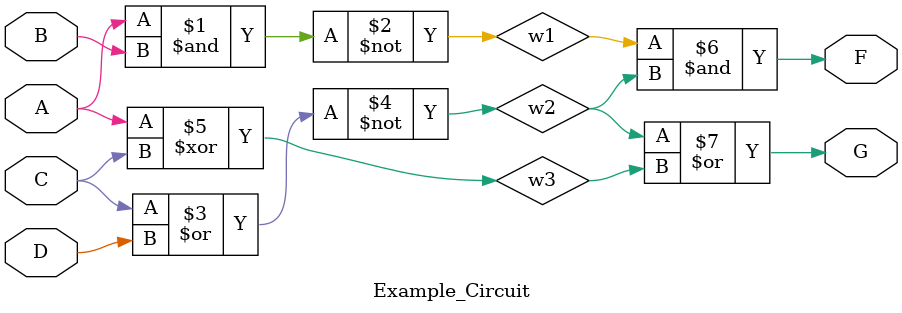
<source format=v>
module Example_Circuit(A,B,C,D,F,G);

input A,B,C,D;
output F,G;
wire w1,w2,w3;

nand G1(w1,A,B);
nor G2 (w2,C,D);
xor G3 (w3,A,C);
and G4 (F,w1,w2);
or  G5 (G,w2,w3);

endmodule

</source>
